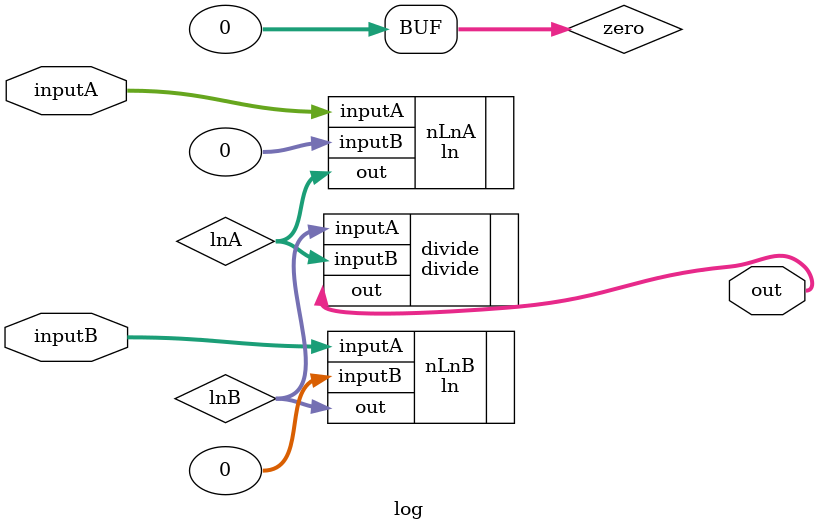
<source format=sv>
`timescale 1ns / 1ps

module log(
    input logic[31:0] inputA, inputB,
    output logic [31:0] out
    );
    logic [31:0] lnA, lnB, zero;
    
    assign zero = 32'b00000000000000000000000000000000;
    
    ln nLnA(.inputA(inputA), .inputB(zero), .out(lnA));
    ln nLnB(.inputA(inputB), .inputB(zero), .out(lnB));
    divide divide(.inputA(lnB), .inputB(lnA), .out(out));
endmodule

</source>
